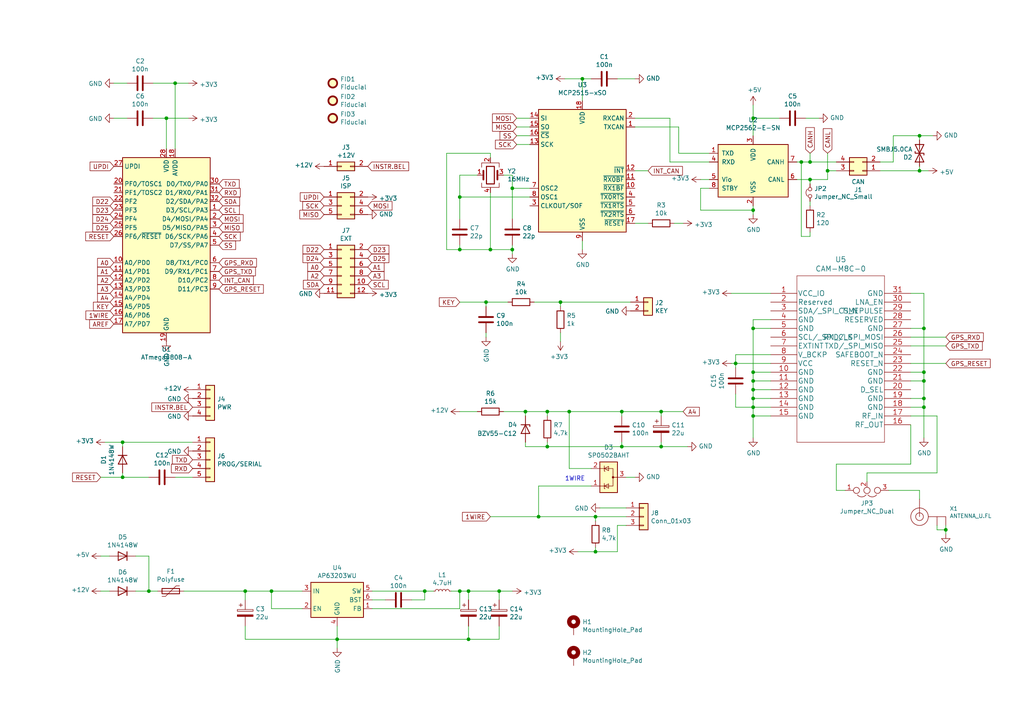
<source format=kicad_sch>
(kicad_sch (version 20230121) (generator eeschema)
  (paper "A4")
  (title_block (title "CAN Display") (date "2021-03-12") (rev "0.5.1") (company "fiz-o-matic"))
  (junction (at 191.77 119.38))
  (junction (at 218.44 34.29))
  (junction (at 165.1 119.38))
  (junction (at 97.79 185.42))
  (junction (at 218.44 60.96))
  (junction (at 144.78 171.45))
  (junction (at 267.97 107.95))
  (junction (at 158.75 129.54))
  (junction (at 191.77 129.54))
  (junction (at 168.91 22.86))
  (junction (at 148.59 72.39))
  (junction (at 274.32 153.67))
  (junction (at 234.95 52.07))
  (junction (at 123.19 171.45))
  (junction (at 135.89 185.42))
  (junction (at 218.44 115.57))
  (junction (at 267.97 118.11))
  (junction (at 218.44 95.25))
  (junction (at 135.89 171.45))
  (junction (at 133.35 72.39))
  (junction (at 43.18 171.45))
  (junction (at 162.56 87.63))
  (junction (at 35.56 128.27))
  (junction (at 71.12 171.45))
  (junction (at 267.97 95.25))
  (junction (at 218.44 107.95))
  (junction (at 152.4 119.38))
  (junction (at 267.97 110.49))
  (junction (at 156.21 149.86))
  (junction (at 142.24 72.39))
  (junction (at 48.26 34.29))
  (junction (at 133.35 171.45))
  (junction (at 78.74 171.45))
  (junction (at 213.36 105.41))
  (junction (at 172.72 160.02))
  (junction (at 266.7 39.37))
  (junction (at 50.8 24.13))
  (junction (at 180.34 119.38))
  (junction (at 158.75 119.38))
  (junction (at 133.35 57.15))
  (junction (at 232.41 46.99))
  (junction (at 180.34 129.54))
  (junction (at 218.44 113.03))
  (junction (at 172.72 149.86))
  (junction (at 148.59 54.61))
  (junction (at 234.95 46.99))
  (junction (at 240.03 49.53))
  (junction (at 218.44 110.49))
  (junction (at 218.44 120.65))
  (junction (at 267.97 115.57))
  (junction (at 140.97 87.63))
  (junction (at 218.44 118.11))
  (junction (at 35.56 138.43))
  (junction (at 266.7 49.53))
  (wire (pts (xy 196.85 44.45) (xy 205.74 44.45)))
  (wire (pts (xy 29.21 161.29) (xy 31.75 161.29)))
  (wire (pts (xy 35.56 137.16) (xy 35.56 138.43)))
  (wire (pts (xy 142.24 55.88) (xy 142.24 72.39)))
  (wire (pts (xy 148.59 50.8) (xy 148.59 54.61)))
  (wire (pts (xy 257.81 142.24) (xy 266.7 142.24)))
  (wire (pts (xy 234.95 46.99) (xy 242.57 46.99)))
  (wire (pts (xy 97.79 185.42) (xy 135.89 185.42)))
  (wire (pts (xy 133.35 176.53) (xy 133.35 171.45)))
  (wire (pts (xy 142.24 149.86) (xy 156.21 149.86)))
  (wire (pts (xy 35.56 138.43) (xy 43.18 138.43)))
  (wire (pts (xy 259.08 46.99) (xy 259.08 39.37)))
  (wire (pts (xy 267.97 110.49) (xy 267.97 115.57)))
  (wire (pts (xy 264.16 110.49) (xy 267.97 110.49)))
  (wire (pts (xy 271.78 153.67) (xy 274.32 153.67)))
  (wire (pts (xy 156.21 149.86) (xy 156.21 140.97)))
  (wire (pts (xy 163.83 22.86) (xy 168.91 22.86)))
  (wire (pts (xy 149.86 41.91) (xy 153.67 41.91)))
  (wire (pts (xy 123.19 173.99) (xy 123.19 171.45)))
  (wire (pts (xy 162.56 96.52) (xy 162.56 99.06)))
  (wire (pts (xy 264.16 118.11) (xy 267.97 118.11)))
  (wire (pts (xy 133.35 57.15) (xy 153.67 57.15)))
  (wire (pts (xy 149.86 39.37) (xy 153.67 39.37)))
  (wire (pts (xy 203.2 60.96) (xy 218.44 60.96)))
  (wire (pts (xy 259.08 39.37) (xy 266.7 39.37)))
  (wire (pts (xy 271.78 137.16) (xy 271.78 120.65)))
  (wire (pts (xy 172.72 149.86) (xy 181.61 149.86)))
  (wire (pts (xy 213.36 105.41) (xy 213.36 106.68)))
  (wire (pts (xy 172.72 151.13) (xy 172.72 149.86)))
  (wire (pts (xy 213.36 114.3) (xy 213.36 118.11)))
  (wire (pts (xy 152.4 120.65) (xy 152.4 119.38)))
  (wire (pts (xy 271.78 120.65) (xy 264.16 120.65)))
  (wire (pts (xy 154.94 87.63) (xy 162.56 87.63)))
  (wire (pts (xy 144.78 185.42) (xy 144.78 181.61)))
  (wire (pts (xy 133.35 119.38) (xy 138.43 119.38)))
  (wire (pts (xy 242.57 134.62) (xy 242.57 142.24)))
  (wire (pts (xy 165.1 135.89) (xy 171.45 135.89)))
  (wire (pts (xy 266.7 40.64) (xy 266.7 39.37)))
  (wire (pts (xy 195.58 64.77) (xy 198.12 64.77)))
  (wire (pts (xy 30.48 128.27) (xy 35.56 128.27)))
  (wire (pts (xy 44.45 24.13) (xy 50.8 24.13)))
  (wire (pts (xy 142.24 44.45) (xy 129.54 44.45)))
  (wire (pts (xy 213.36 105.41) (xy 212.09 105.41)))
  (wire (pts (xy 218.44 92.71) (xy 218.44 95.25)))
  (wire (pts (xy 264.16 123.19) (xy 264.16 134.62)))
  (wire (pts (xy 158.75 120.65) (xy 158.75 119.38)))
  (wire (pts (xy 71.12 171.45) (xy 78.74 171.45)))
  (wire (pts (xy 148.59 54.61) (xy 153.67 54.61)))
  (wire (pts (xy 269.24 49.53) (xy 266.7 49.53)))
  (wire (pts (xy 39.37 171.45) (xy 43.18 171.45)))
  (wire (pts (xy 148.59 63.5) (xy 148.59 54.61)))
  (wire (pts (xy 267.97 118.11) (xy 267.97 127)))
  (wire (pts (xy 264.16 115.57) (xy 267.97 115.57)))
  (wire (pts (xy 203.2 52.07) (xy 205.74 52.07)))
  (wire (pts (xy 223.52 120.65) (xy 218.44 120.65)))
  (wire (pts (xy 233.68 34.29) (xy 237.49 34.29)))
  (wire (pts (xy 213.36 102.87) (xy 223.52 102.87)))
  (wire (pts (xy 218.44 107.95) (xy 218.44 110.49)))
  (wire (pts (xy 191.77 119.38) (xy 198.12 119.38)))
  (wire (pts (xy 50.8 24.13) (xy 50.8 43.18)))
  (wire (pts (xy 274.32 152.4) (xy 274.32 153.67)))
  (wire (pts (xy 218.44 120.65) (xy 218.44 127)))
  (wire (pts (xy 33.02 24.13) (xy 36.83 24.13)))
  (wire (pts (xy 78.74 176.53) (xy 78.74 171.45)))
  (wire (pts (xy 50.8 138.43) (xy 55.88 138.43)))
  (wire (pts (xy 156.21 149.86) (xy 172.72 149.86)))
  (wire (pts (xy 234.95 68.58) (xy 234.95 67.31)))
  (wire (pts (xy 172.72 158.75) (xy 172.72 160.02)))
  (wire (pts (xy 146.05 50.8) (xy 148.59 50.8)))
  (wire (pts (xy 148.59 72.39) (xy 148.59 73.66)))
  (wire (pts (xy 184.15 49.53) (xy 187.96 49.53)))
  (wire (pts (xy 194.31 46.99) (xy 205.74 46.99)))
  (wire (pts (xy 172.72 160.02) (xy 179.07 160.02)))
  (wire (pts (xy 203.2 54.61) (xy 203.2 60.96)))
  (wire (pts (xy 71.12 171.45) (xy 71.12 173.99)))
  (wire (pts (xy 129.54 72.39) (xy 133.35 72.39)))
  (wire (pts (xy 223.52 105.41) (xy 213.36 105.41)))
  (wire (pts (xy 133.35 63.5) (xy 133.35 57.15)))
  (wire (pts (xy 167.64 160.02) (xy 172.72 160.02)))
  (wire (pts (xy 223.52 118.11) (xy 218.44 118.11)))
  (wire (pts (xy 232.41 46.99) (xy 234.95 46.99)))
  (wire (pts (xy 218.44 113.03) (xy 218.44 115.57)))
  (wire (pts (xy 251.46 139.7) (xy 251.46 137.16)))
  (wire (pts (xy 264.16 95.25) (xy 267.97 95.25)))
  (wire (pts (xy 194.31 34.29) (xy 194.31 46.99)))
  (wire (pts (xy 133.35 171.45) (xy 130.81 171.45)))
  (wire (pts (xy 264.16 134.62) (xy 242.57 134.62)))
  (wire (pts (xy 35.56 128.27) (xy 55.88 128.27)))
  (wire (pts (xy 168.91 69.85) (xy 168.91 72.39)))
  (wire (pts (xy 184.15 64.77) (xy 187.96 64.77)))
  (wire (pts (xy 149.86 36.83) (xy 153.67 36.83)))
  (wire (pts (xy 133.35 171.45) (xy 135.89 171.45)))
  (wire (pts (xy 232.41 46.99) (xy 232.41 68.58)))
  (wire (pts (xy 218.44 95.25) (xy 218.44 107.95)))
  (wire (pts (xy 240.03 52.07) (xy 240.03 49.53)))
  (wire (pts (xy 180.34 128.27) (xy 180.34 129.54)))
  (wire (pts (xy 152.4 128.27) (xy 152.4 129.54)))
  (wire (pts (xy 242.57 142.24) (xy 245.11 142.24)))
  (wire (pts (xy 158.75 128.27) (xy 158.75 129.54)))
  (wire (pts (xy 48.26 34.29) (xy 54.61 34.29)))
  (wire (pts (xy 97.79 185.42) (xy 97.79 187.96)))
  (wire (pts (xy 44.45 34.29) (xy 48.26 34.29)))
  (wire (pts (xy 234.95 59.69) (xy 234.95 58.42)))
  (wire (pts (xy 158.75 129.54) (xy 180.34 129.54)))
  (wire (pts (xy 180.34 120.65) (xy 180.34 119.38)))
  (wire (pts (xy 179.07 22.86) (xy 184.15 22.86)))
  (wire (pts (xy 180.34 119.38) (xy 191.77 119.38)))
  (wire (pts (xy 39.37 161.29) (xy 43.18 161.29)))
  (wire (pts (xy 223.52 115.57) (xy 218.44 115.57)))
  (wire (pts (xy 162.56 88.9) (xy 162.56 87.63)))
  (wire (pts (xy 135.89 181.61) (xy 135.89 185.42)))
  (wire (pts (xy 191.77 120.65) (xy 191.77 119.38)))
  (wire (pts (xy 140.97 88.9) (xy 140.97 87.63)))
  (wire (pts (xy 152.4 129.54) (xy 158.75 129.54)))
  (wire (pts (xy 173.99 147.32) (xy 181.61 147.32)))
  (wire (pts (xy 168.91 29.21) (xy 168.91 22.86)))
  (wire (pts (xy 158.75 119.38) (xy 165.1 119.38)))
  (wire (pts (xy 266.7 39.37) (xy 270.51 39.37)))
  (wire (pts (xy 212.09 85.09) (xy 223.52 85.09)))
  (wire (pts (xy 266.7 48.26) (xy 266.7 49.53)))
  (wire (pts (xy 266.7 142.24) (xy 266.7 144.78)))
  (wire (pts (xy 142.24 72.39) (xy 148.59 72.39)))
  (wire (pts (xy 205.74 54.61) (xy 203.2 54.61)))
  (wire (pts (xy 234.95 52.07) (xy 240.03 52.07)))
  (wire (pts (xy 171.45 22.86) (xy 168.91 22.86)))
  (wire (pts (xy 223.52 113.03) (xy 218.44 113.03)))
  (wire (pts (xy 107.95 173.99) (xy 111.76 173.99)))
  (wire (pts (xy 240.03 44.45) (xy 240.03 49.53)))
  (wire (pts (xy 218.44 30.48) (xy 218.44 34.29)))
  (wire (pts (xy 53.34 171.45) (xy 71.12 171.45)))
  (wire (pts (xy 231.14 52.07) (xy 234.95 52.07)))
  (wire (pts (xy 196.85 36.83) (xy 196.85 44.45)))
  (wire (pts (xy 107.95 176.53) (xy 133.35 176.53)))
  (wire (pts (xy 162.56 87.63) (xy 182.88 87.63)))
  (wire (pts (xy 33.02 34.29) (xy 36.83 34.29)))
  (wire (pts (xy 152.4 119.38) (xy 158.75 119.38)))
  (wire (pts (xy 264.16 85.09) (xy 267.97 85.09)))
  (wire (pts (xy 135.89 171.45) (xy 144.78 171.45)))
  (wire (pts (xy 78.74 171.45) (xy 87.63 171.45)))
  (wire (pts (xy 29.21 138.43) (xy 35.56 138.43)))
  (wire (pts (xy 223.52 107.95) (xy 218.44 107.95)))
  (wire (pts (xy 133.35 87.63) (xy 140.97 87.63)))
  (wire (pts (xy 267.97 107.95) (xy 267.97 110.49)))
  (wire (pts (xy 213.36 118.11) (xy 218.44 118.11)))
  (wire (pts (xy 43.18 171.45) (xy 45.72 171.45)))
  (wire (pts (xy 218.44 60.96) (xy 218.44 62.23)))
  (wire (pts (xy 180.34 129.54) (xy 191.77 129.54)))
  (wire (pts (xy 274.32 100.33) (xy 264.16 100.33)))
  (wire (pts (xy 218.44 110.49) (xy 218.44 113.03)))
  (wire (pts (xy 232.41 68.58) (xy 234.95 68.58)))
  (wire (pts (xy 184.15 36.83) (xy 196.85 36.83)))
  (wire (pts (xy 129.54 44.45) (xy 129.54 72.39)))
  (wire (pts (xy 267.97 85.09) (xy 267.97 95.25)))
  (wire (pts (xy 142.24 45.72) (xy 142.24 44.45)))
  (wire (pts (xy 123.19 171.45) (xy 125.73 171.45)))
  (wire (pts (xy 71.12 181.61) (xy 71.12 185.42)))
  (wire (pts (xy 181.61 138.43) (xy 184.15 138.43)))
  (wire (pts (xy 107.95 171.45) (xy 123.19 171.45)))
  (wire (pts (xy 255.27 46.99) (xy 259.08 46.99)))
  (wire (pts (xy 35.56 129.54) (xy 35.56 128.27)))
  (wire (pts (xy 271.78 152.4) (xy 271.78 153.67)))
  (wire (pts (xy 213.36 105.41) (xy 213.36 102.87)))
  (wire (pts (xy 87.63 176.53) (xy 78.74 176.53)))
  (wire (pts (xy 267.97 115.57) (xy 267.97 118.11)))
  (wire (pts (xy 234.95 44.45) (xy 234.95 46.99)))
  (wire (pts (xy 119.38 173.99) (xy 123.19 173.99)))
  (wire (pts (xy 165.1 119.38) (xy 180.34 119.38)))
  (wire (pts (xy 144.78 171.45) (xy 148.59 171.45)))
  (wire (pts (xy 140.97 87.63) (xy 147.32 87.63)))
  (wire (pts (xy 240.03 49.53) (xy 242.57 49.53)))
  (wire (pts (xy 140.97 96.52) (xy 140.97 97.79)))
  (wire (pts (xy 191.77 129.54) (xy 199.39 129.54)))
  (wire (pts (xy 179.07 160.02) (xy 179.07 152.4)))
  (wire (pts (xy 146.05 119.38) (xy 152.4 119.38)))
  (wire (pts (xy 274.32 97.79) (xy 264.16 97.79)))
  (wire (pts (xy 251.46 137.16) (xy 271.78 137.16)))
  (wire (pts (xy 71.12 185.42) (xy 97.79 185.42)))
  (wire (pts (xy 156.21 140.97) (xy 171.45 140.97)))
  (wire (pts (xy 218.44 118.11) (xy 218.44 120.65)))
  (wire (pts (xy 264.16 107.95) (xy 267.97 107.95)))
  (wire (pts (xy 223.52 110.49) (xy 218.44 110.49)))
  (wire (pts (xy 48.26 34.29) (xy 48.26 43.18)))
  (wire (pts (xy 138.43 50.8) (xy 133.35 50.8)))
  (wire (pts (xy 135.89 171.45) (xy 135.89 173.99)))
  (wire (pts (xy 274.32 153.67) (xy 274.32 154.94)))
  (wire (pts (xy 133.35 50.8) (xy 133.35 57.15)))
  (wire (pts (xy 274.32 105.41) (xy 264.16 105.41)))
  (wire (pts (xy 144.78 171.45) (xy 144.78 173.99)))
  (wire (pts (xy 223.52 95.25) (xy 218.44 95.25)))
  (wire (pts (xy 149.86 34.29) (xy 153.67 34.29)))
  (wire (pts (xy 191.77 128.27) (xy 191.77 129.54)))
  (wire (pts (xy 255.27 49.53) (xy 266.7 49.53)))
  (wire (pts (xy 218.44 59.69) (xy 218.44 60.96)))
  (wire (pts (xy 218.44 115.57) (xy 218.44 118.11)))
  (wire (pts (xy 97.79 181.61) (xy 97.79 185.42)))
  (wire (pts (xy 231.14 46.99) (xy 232.41 46.99)))
  (wire (pts (xy 43.18 161.29) (xy 43.18 171.45)))
  (wire (pts (xy 148.59 71.12) (xy 148.59 72.39)))
  (wire (pts (xy 223.52 92.71) (xy 218.44 92.71)))
  (wire (pts (xy 135.89 185.42) (xy 144.78 185.42)))
  (wire (pts (xy 165.1 119.38) (xy 165.1 135.89)))
  (wire (pts (xy 234.95 53.34) (xy 234.95 52.07)))
  (wire (pts (xy 50.8 24.13) (xy 54.61 24.13)))
  (wire (pts (xy 218.44 34.29) (xy 218.44 39.37)))
  (wire (pts (xy 133.35 72.39) (xy 142.24 72.39)))
  (wire (pts (xy 133.35 71.12) (xy 133.35 72.39)))
  (wire (pts (xy 29.21 171.45) (xy 31.75 171.45)))
  (wire (pts (xy 267.97 95.25) (xy 267.97 107.95)))
  (wire (pts (xy 226.06 34.29) (xy 218.44 34.29)))
  (wire (pts (xy 179.07 152.4) (xy 181.61 152.4)))
  (wire (pts (xy 184.15 34.29) (xy 194.31 34.29)))
  (text "1WIRE" (at 163.83 139.7 0) (effects (font (size 1.27 1.27)) (justify left bottom)))
  (global_label "1WIRE" (shape input) (at 142.24 149.86 180) (property "Intersheetrefs" "${INTERSHEET_REFS}" (effects hide)))
  (global_label "MISO" (shape input) (at 149.86 36.83 180) (property "Intersheetrefs" "${INTERSHEET_REFS}" (effects hide)))
  (global_label "MISO" (shape input) (at 93.98 62.23 180) (property "Intersheetrefs" "${INTERSHEET_REFS}" (effects hide)))
  (global_label "RXD" (shape input) (at 63.5 55.88 0) (property "Intersheetrefs" "${INTERSHEET_REFS}" (effects hide)))
  (global_label "UPDI" (shape input) (at 33.02 48.26 180) (property "Intersheetrefs" "${INTERSHEET_REFS}" (effects hide)))
  (global_label "KEY" (shape input) (at 133.35 87.63 180) (property "Intersheetrefs" "${INTERSHEET_REFS}" (effects hide)))
  (global_label "INT_CAN" (shape input) (at 63.5 81.28 0) (property "Intersheetrefs" "${INTERSHEET_REFS}" (effects hide)))
  (global_label "TXD" (shape input) (at 55.88 133.35 180) (property "Intersheetrefs" "${INTERSHEET_REFS}" (effects hide)))
  (global_label "RESET" (shape input) (at 33.02 68.58 180) (property "Intersheetrefs" "${INTERSHEET_REFS}" (effects hide)))
  (global_label "INSTR.BEL" (shape input) (at 106.68 48.26 0) (property "Intersheetrefs" "${INTERSHEET_REFS}" (effects hide)))
  (global_label "A4" (shape input) (at 198.12 119.38 0) (property "Intersheetrefs" "${INTERSHEET_REFS}" (effects hide)))
  (global_label "AREF" (shape input) (at 33.02 93.98 180) (property "Intersheetrefs" "${INTERSHEET_REFS}" (effects hide)))
  (global_label "A1" (shape input) (at 106.68 77.47 0) (property "Intersheetrefs" "${INTERSHEET_REFS}" (effects hide)))
  (global_label "D23" (shape input) (at 106.68 72.39 0) (property "Intersheetrefs" "${INTERSHEET_REFS}" (effects hide)))
  (global_label "SS" (shape input) (at 149.86 39.37 180) (property "Intersheetrefs" "${INTERSHEET_REFS}" (effects hide)))
  (global_label "MOSI" (shape input) (at 106.68 59.69 0) (property "Intersheetrefs" "${INTERSHEET_REFS}" (effects hide)))
  (global_label "D25" (shape input) (at 106.68 74.93 0) (property "Intersheetrefs" "${INTERSHEET_REFS}" (effects hide)))
  (global_label "A0" (shape input) (at 33.02 76.2 180) (property "Intersheetrefs" "${INTERSHEET_REFS}" (effects hide)))
  (global_label "MISO" (shape input) (at 63.5 66.04 0) (property "Intersheetrefs" "${INTERSHEET_REFS}" (effects hide)))
  (global_label "SCL" (shape input) (at 106.68 82.55 0) (property "Intersheetrefs" "${INTERSHEET_REFS}" (effects hide)))
  (global_label "A4" (shape input) (at 33.02 86.36 180) (property "Intersheetrefs" "${INTERSHEET_REFS}" (effects hide)))
  (global_label "D24" (shape input) (at 33.02 63.5 180) (property "Intersheetrefs" "${INTERSHEET_REFS}" (effects hide)))
  (global_label "D24" (shape input) (at 93.98 74.93 180) (property "Intersheetrefs" "${INTERSHEET_REFS}" (effects hide)))
  (global_label "SDA" (shape input) (at 63.5 58.42 0) (property "Intersheetrefs" "${INTERSHEET_REFS}" (effects hide)))
  (global_label "INT_CAN" (shape input) (at 187.96 49.53 0) (property "Intersheetrefs" "${INTERSHEET_REFS}" (effects hide)))
  (global_label "1WIRE" (shape input) (at 33.02 91.44 180) (property "Intersheetrefs" "${INTERSHEET_REFS}" (effects hide)))
  (global_label "SCL" (shape input) (at 63.5 60.96 0) (property "Intersheetrefs" "${INTERSHEET_REFS}" (effects hide)))
  (global_label "A3" (shape input) (at 33.02 83.82 180) (property "Intersheetrefs" "${INTERSHEET_REFS}" (effects hide)))
  (global_label "A2" (shape input) (at 93.98 80.01 180) (property "Intersheetrefs" "${INTERSHEET_REFS}" (effects hide)))
  (global_label "MOSI" (shape input) (at 149.86 34.29 180) (property "Intersheetrefs" "${INTERSHEET_REFS}" (effects hide)))
  (global_label "SCK" (shape input) (at 63.5 68.58 0) (property "Intersheetrefs" "${INTERSHEET_REFS}" (effects hide)))
  (global_label "A3" (shape input) (at 106.68 80.01 0) (property "Intersheetrefs" "${INTERSHEET_REFS}" (effects hide)))
  (global_label "SS" (shape input) (at 63.5 71.12 0) (property "Intersheetrefs" "${INTERSHEET_REFS}" (effects hide)))
  (global_label "UPDI" (shape input) (at 93.98 57.15 180) (property "Intersheetrefs" "${INTERSHEET_REFS}" (effects hide)))
  (global_label "SCK" (shape input) (at 149.86 41.91 180) (property "Intersheetrefs" "${INTERSHEET_REFS}" (effects hide)))
  (global_label "GPS_RXD" (shape input) (at 63.5 76.2 0) (property "Intersheetrefs" "${INTERSHEET_REFS}" (effects hide)))
  (global_label "D22" (shape input) (at 33.02 58.42 180) (property "Intersheetrefs" "${INTERSHEET_REFS}" (effects hide)))
  (global_label "CANL" (shape input) (at 240.03 44.45 90) (property "Intersheetrefs" "${INTERSHEET_REFS}" (effects hide)))
  (global_label "D22" (shape input) (at 93.98 72.39 180) (property "Intersheetrefs" "${INTERSHEET_REFS}" (effects hide)))
  (global_label "GPS_RESET" (shape input) (at 274.32 105.41 0) (property "Intersheetrefs" "${INTERSHEET_REFS}" (effects hide)))
  (global_label "RESET" (shape input) (at 29.21 138.43 180) (property "Intersheetrefs" "${INTERSHEET_REFS}" (effects hide)))
  (global_label "A0" (shape input) (at 93.98 77.47 180) (property "Intersheetrefs" "${INTERSHEET_REFS}" (effects hide)))
  (global_label "GPS_RESET" (shape input) (at 63.5 83.82 0) (property "Intersheetrefs" "${INTERSHEET_REFS}" (effects hide)))
  (global_label "TXD" (shape input) (at 63.5 53.34 0) (property "Intersheetrefs" "${INTERSHEET_REFS}" (effects hide)))
  (global_label "GPS_TXD" (shape input) (at 274.32 100.33 0) (property "Intersheetrefs" "${INTERSHEET_REFS}" (effects hide)))
  (global_label "SCK" (shape input) (at 93.98 59.69 180) (property "Intersheetrefs" "${INTERSHEET_REFS}" (effects hide)))
  (global_label "A1" (shape input) (at 33.02 78.74 180) (property "Intersheetrefs" "${INTERSHEET_REFS}" (effects hide)))
  (global_label "GPS_TXD" (shape input) (at 63.5 78.74 0) (property "Intersheetrefs" "${INTERSHEET_REFS}" (effects hide)))
  (global_label "CANH" (shape input) (at 234.95 44.45 90) (property "Intersheetrefs" "${INTERSHEET_REFS}" (effects hide)))
  (global_label "D23" (shape input) (at 33.02 60.96 180) (property "Intersheetrefs" "${INTERSHEET_REFS}" (effects hide)))
  (global_label "KEY" (shape input) (at 33.02 88.9 180) (property "Intersheetrefs" "${INTERSHEET_REFS}" (effects hide)))
  (global_label "RXD" (shape input) (at 55.88 135.89 180) (property "Intersheetrefs" "${INTERSHEET_REFS}" (effects hide)))
  (global_label "GPS_RXD" (shape input) (at 274.32 97.79 0) (property "Intersheetrefs" "${INTERSHEET_REFS}" (effects hide)))
  (global_label "D25" (shape input) (at 33.02 66.04 180) (property "Intersheetrefs" "${INTERSHEET_REFS}" (effects hide)))
  (global_label "MOSI" (shape input) (at 63.5 63.5 0) (property "Intersheetrefs" "${INTERSHEET_REFS}" (effects hide)))
  (global_label "A2" (shape input) (at 33.02 81.28 180) (property "Intersheetrefs" "${INTERSHEET_REFS}" (effects hide)))
  (global_label "INSTR.BEL" (shape input) (at 55.88 118.11 180) (property "Intersheetrefs" "${INTERSHEET_REFS}" (effects hide)))
  (global_label "SDA" (shape input) (at 93.98 82.55 180) (property "Intersheetrefs" "${INTERSHEET_REFS}" (effects hide)))
  (symbol (lib_id "Device:C") (at 148.59 67.31 0) (unit 1)
    (property "Reference" "C8" (at 151.511 66.1416 0) (effects (justify left)))
    (property "Value" "22p" (at 151.511 68.453 0) (effects (justify left)))
    (property "Footprint" "Capacitor_SMD:C_0805_2012Metric_Pad1.18x1.45mm_HandSolder" (effects hide))
  )
  (symbol (lib_id "Device:C") (at 133.35 67.31 0) (unit 1)
    (property "Reference" "C7" (at 136.271 66.1416 0) (effects (justify left)))
    (property "Value" "22p" (at 136.271 68.453 0) (effects (justify left)))
    (property "Footprint" "Capacitor_SMD:C_0805_2012Metric_Pad1.18x1.45mm_HandSolder" (effects hide))
  )
  (symbol (lib_id "power:+5V") (at 218.44 30.48 0) (unit 1)
    (property "Reference" "#PWR09" (effects hide))
    (property "Value" "+5V" (at 218.821 26.0858 0))
  )
  (symbol (lib_id "power:GND") (at 218.44 62.23 0) (unit 1)
    (property "Reference" "#PWR017" (effects hide))
    (property "Value" "GND" (at 218.567 66.6242 0))
  )
  (symbol (lib_id "power:GND") (at 168.91 72.39 0) (unit 1)
    (property "Reference" "#PWR019" (effects hide))
    (property "Value" "GND" (at 169.037 76.7842 0))
  )
  (symbol (lib_id "power:GND") (at 148.59 73.66 0) (unit 1)
    (property "Reference" "#PWR020" (effects hide))
    (property "Value" "GND" (at 148.717 78.0542 0))
  )
  (symbol (lib_id "Device:R") (at 234.95 63.5 0) (unit 1)
    (property "Reference" "R2" (at 236.728 62.3316 0) (effects (justify left)))
    (property "Value" "120" (at 236.728 64.643 0) (effects (justify left)))
    (property "Footprint" "Resistor_SMD:R_0805_2012Metric_Pad1.20x1.40mm_HandSolder" (effects hide))
  )
  (symbol (lib_id "SmartDisplay-rescue:Jumper_NC_Small-Device") (at 234.95 55.88 90) (unit 1)
    (property "Reference" "JP2" (at 236.1438 54.7116 90) (effects (justify right)))
    (property "Value" "Jumper_NC_Small" (at 236.1438 57.023 90) (effects (justify right)))
    (property "Footprint" "Jumper:SolderJumper-2_P1.3mm_Open_RoundedPad1.0x1.5mm" (effects hide))
  )
  (symbol (lib_id "Device:C") (at 46.99 138.43 270) (unit 1)
    (property "Reference" "C12" (at 46.99 132.0292 90))
    (property "Value" "100n" (at 46.99 134.3406 90))
    (property "Footprint" "Capacitor_SMD:C_0805_2012Metric_Pad1.18x1.45mm_HandSolder" (effects hide))
  )
  (symbol (lib_id "power:+5V") (at 269.24 49.53 270) (unit 1)
    (property "Reference" "#PWR015" (effects hide))
    (property "Value" "+5V" (at 272.4912 49.911 90) (effects (justify left)))
  )
  (symbol (lib_id "power:+12V") (at 55.88 113.03 90) (unit 1)
    (property "Reference" "#PWR025" (effects hide))
    (property "Value" "+12V" (at 52.6288 112.649 90) (effects (justify left)))
  )
  (symbol (lib_id "Device:C") (at 229.87 34.29 270) (unit 1)
    (property "Reference" "C5" (at 229.87 27.8892 90))
    (property "Value" "100n" (at 229.87 30.2006 90))
    (property "Footprint" "Capacitor_SMD:C_0805_2012Metric_Pad1.18x1.45mm_HandSolder" (effects hide))
  )
  (symbol (lib_id "Device:C") (at 175.26 22.86 270) (unit 1)
    (property "Reference" "C1" (at 175.26 16.4592 90))
    (property "Value" "100n" (at 175.26 18.7706 90))
    (property "Footprint" "Capacitor_SMD:C_0805_2012Metric_Pad1.18x1.45mm_HandSolder" (effects hide))
  )
  (symbol (lib_id "Device:C") (at 40.64 34.29 270) (unit 1)
    (property "Reference" "C6" (at 40.64 27.8892 90))
    (property "Value" "100n" (at 40.64 30.2006 90))
    (property "Footprint" "Capacitor_SMD:C_0805_2012Metric_Pad1.18x1.45mm_HandSolder" (effects hide))
  )
  (symbol (lib_id "power:GND") (at 48.26 99.06 0) (unit 1)
    (property "Reference" "#PWR012" (effects hide))
    (property "Value" "GND" (at 48.387 102.3112 90) (effects (justify right)))
  )
  (symbol (lib_id "power:GND") (at 184.15 22.86 90) (unit 1)
    (property "Reference" "#PWR08" (effects hide))
    (property "Value" "GND" (at 187.4012 22.733 90) (effects (justify right)))
  )
  (symbol (lib_id "power:GND") (at 237.49 34.29 90) (unit 1)
    (property "Reference" "#PWR011" (effects hide))
    (property "Value" "GND" (at 240.7412 34.163 90) (effects (justify right)))
  )
  (symbol (lib_id "power:GND") (at 55.88 120.65 270) (unit 1)
    (property "Reference" "#PWR029" (effects hide))
    (property "Value" "GND" (at 52.6288 120.777 90) (effects (justify right)))
  )
  (symbol (lib_id "Connector_Generic:Conn_02x02_Top_Bottom") (at 250.19 49.53 180) (unit 1)
    (property "Reference" "J1" (at 248.92 55.0418 0))
    (property "Value" "CAN" (at 248.92 52.7304 0))
    (property "Footprint" "Connector_Molex:Molex_Micro-Fit_3.0_43045-0412_2x02_P3.00mm_Vertical" (effects hide))
  )
  (symbol (lib_id "power:GND") (at 173.99 147.32 270) (unit 1)
    (property "Reference" "#PWR039" (effects hide))
    (property "Value" "GND" (at 170.7388 147.447 90) (effects (justify right)))
  )
  (symbol (lib_id "Device:R") (at 172.72 154.94 0) (unit 1)
    (property "Reference" "R8" (at 174.498 153.7716 0) (effects (justify left)))
    (property "Value" "4,7k" (at 174.498 156.083 0) (effects (justify left)))
    (property "Footprint" "Resistor_SMD:R_0805_2012Metric_Pad1.20x1.40mm_HandSolder" (effects hide))
  )
  (symbol (lib_id "Interface_CAN_LIN:MCP2562-E-SN") (at 218.44 49.53 0) (unit 1)
    (property "Reference" "U2" (at 218.44 34.7726 0))
    (property "Value" "MCP2562-E-SN" (at 218.44 37.084 0))
    (property "Footprint" "Package_SO:SOIC-8_3.9x4.9mm_P1.27mm" (effects hide))
    (property "Datasheet" "http://ww1.microchip.com/downloads/en/DeviceDoc/25167A.pdf" (effects hide))
  )
  (symbol (lib_id "Device:R") (at 191.77 64.77 270) (unit 1)
    (property "Reference" "R3" (at 191.77 59.5122 90))
    (property "Value" "10k" (at 191.77 61.8236 90))
    (property "Footprint" "Resistor_SMD:R_0805_2012Metric_Pad1.20x1.40mm_HandSolder" (effects hide))
  )
  (symbol (lib_id "Mechanical:MountingHole_Pad") (at 166.37 181.61 0) (unit 1)
    (property "Reference" "H1" (at 168.91 180.3654 0) (effects (justify left)))
    (property "Value" "MountingHole_Pad" (at 168.91 182.6768 0) (effects (justify left)))
    (property "Footprint" "MountingHole:MountingHole_3.2mm_M3_Pad_Via" (effects hide))
  )
  (symbol (lib_id "Mechanical:MountingHole_Pad") (at 166.37 190.5 0) (unit 1)
    (property "Reference" "H2" (at 168.91 189.2554 0) (effects (justify left)))
    (property "Value" "MountingHole_Pad" (at 168.91 191.5668 0) (effects (justify left)))
    (property "Footprint" "MountingHole:MountingHole_3.2mm_M3_Pad_Via" (effects hide))
  )
  (symbol (lib_id "Device:C") (at 140.97 92.71 0) (unit 1)
    (property "Reference" "C9" (at 143.891 91.5416 0) (effects (justify left)))
    (property "Value" "100n" (at 143.891 93.853 0) (effects (justify left)))
    (property "Footprint" "Capacitor_SMD:C_0805_2012Metric_Pad1.18x1.45mm_HandSolder" (effects hide))
  )
  (symbol (lib_id "Device:R") (at 151.13 87.63 270) (unit 1)
    (property "Reference" "R4" (at 151.13 82.3722 90))
    (property "Value" "10k" (at 151.13 84.6836 90))
    (property "Footprint" "Resistor_SMD:R_0805_2012Metric_Pad1.20x1.40mm_HandSolder" (effects hide))
  )
  (symbol (lib_id "Device:R") (at 162.56 92.71 0) (unit 1)
    (property "Reference" "R5" (at 164.338 91.5416 0) (effects (justify left)))
    (property "Value" "1k" (at 164.338 93.853 0) (effects (justify left)))
    (property "Footprint" "Resistor_SMD:R_0805_2012Metric_Pad1.20x1.40mm_HandSolder" (effects hide))
  )
  (symbol (lib_id "power:GND") (at 140.97 97.79 0) (unit 1)
    (property "Reference" "#PWR022" (effects hide))
    (property "Value" "GND" (at 141.097 101.0412 90) (effects (justify right)))
  )
  (symbol (lib_id "Device:R") (at 142.24 119.38 270) (unit 1)
    (property "Reference" "R6" (at 142.24 114.1222 90))
    (property "Value" "15k" (at 142.24 116.4336 90))
    (property "Footprint" "Resistor_SMD:R_0805_2012Metric_Pad1.20x1.40mm_HandSolder" (effects hide))
  )
  (symbol (lib_id "Device:R") (at 158.75 124.46 0) (unit 1)
    (property "Reference" "R7" (at 160.528 123.2916 0) (effects (justify left)))
    (property "Value" "4,7k" (at 160.528 125.603 0) (effects (justify left)))
    (property "Footprint" "Resistor_SMD:R_0805_2012Metric_Pad1.20x1.40mm_HandSolder" (effects hide))
  )
  (symbol (lib_id "Device:C") (at 180.34 124.46 0) (unit 1)
    (property "Reference" "C10" (at 183.261 123.2916 0) (effects (justify left)))
    (property "Value" "100n" (at 183.261 125.603 0) (effects (justify left)))
    (property "Footprint" "Capacitor_SMD:C_0805_2012Metric_Pad1.15x1.40mm_HandSolder" (effects hide))
  )
  (symbol (lib_id "SmartDisplay-rescue:CP-Device") (at 191.77 124.46 0) (unit 1)
    (property "Reference" "C11" (at 194.7672 123.2916 0) (effects (justify left)))
    (property "Value" "22u" (at 194.7672 125.603 0) (effects (justify left)))
    (property "Footprint" "Capacitor_SMD:C_1206_3216Metric_Pad1.33x1.80mm_HandSolder" (effects hide))
  )
  (symbol (lib_id "Device:D_Zener") (at 152.4 124.46 270) (unit 1)
    (property "Reference" "D4" (at 147.32 123.19 90) (effects (justify left)))
    (property "Value" "BZV55-C12" (at 138.43 125.73 90) (effects (justify left)))
    (property "Footprint" "Diode_SMD:D_MiniMELF" (effects hide))
    (property "MPN" "BZV55-C12,115" (effects hide))
  )
  (symbol (lib_id "power:GND") (at 199.39 129.54 90) (unit 1)
    (property "Reference" "#PWR035" (effects hide))
    (property "Value" "GND" (at 202.6412 129.413 90) (effects (justify right)))
  )
  (symbol (lib_id "power:GND") (at 55.88 115.57 270) (unit 1)
    (property "Reference" "#PWR026" (effects hide))
    (property "Value" "GND" (at 52.6288 115.697 90) (effects (justify right)))
  )
  (symbol (lib_id "power:GND") (at 182.88 90.17 270) (unit 1)
    (property "Reference" "#PWR021" (effects hide))
    (property "Value" "GND" (at 179.6288 90.297 90) (effects (justify right)))
  )
  (symbol (lib_id "Device:D_TVS") (at 266.7 44.45 90) (unit 1)
    (property "Reference" "D2" (at 264.668 45.6184 90) (effects (justify left)))
    (property "Value" "SMBJ5.0CA" (at 264.668 43.307 90) (effects (justify left)))
    (property "Footprint" "Diode_SMD:D_SMB" (effects hide))
    (property "Reichelt" "P6SMB 5,0CA SMD" (effects hide))
  )
  (symbol (lib_id "power:GND") (at 270.51 39.37 90) (unit 1)
    (property "Reference" "#PWR013" (effects hide))
    (property "Value" "GND" (at 273.7612 39.243 90) (effects (justify right)))
  )
  (symbol (lib_id "Connector_Generic:Conn_01x05") (at 60.96 133.35 0) (unit 1)
    (property "Reference" "J6" (at 62.992 132.2832 0) (effects (justify left)))
    (property "Value" "PROG/SERIAL" (at 62.992 134.5946 0) (effects (justify left)))
    (property "Footprint" "Connector_JST:JST_XH_B5B-XH-A_1x05_P2.50mm_Vertical" (effects hide))
  )
  (symbol (lib_id "power:GND") (at 55.88 130.81 270) (unit 1)
    (property "Reference" "#PWR034" (effects hide))
    (property "Value" "GND" (at 52.6288 130.937 90) (effects (justify right)))
  )
  (symbol (lib_id "Connector_Generic:Conn_02x03_Odd_Even") (at 99.06 59.69 0) (unit 1)
    (property "Reference" "J5" (at 100.33 51.6382 0))
    (property "Value" "ISP" (at 100.33 53.9496 0))
    (property "Footprint" "Connector_PinHeader_2.54mm:PinHeader_2x03_P2.54mm_Vertical" (effects hide))
  )
  (symbol (lib_id "power:GND") (at 106.68 62.23 90) (unit 1)
    (property "Reference" "#PWR030" (effects hide))
    (property "Value" "GND" (at 109.9312 62.103 90) (effects (justify right)))
  )
  (symbol (lib_id "Connector_Generic:Conn_02x06_Odd_Even") (at 99.06 77.47 0) (unit 1)
    (property "Reference" "J7" (at 100.33 66.8782 0))
    (property "Value" "EXT" (at 100.33 69.1896 0))
    (property "Footprint" "Connector_PinHeader_2.54mm:PinHeader_2x06_P2.54mm_Vertical" (effects hide))
  )
  (symbol (lib_id "power:GND") (at 93.98 85.09 270) (unit 1)
    (property "Reference" "#PWR036" (effects hide))
    (property "Value" "GND" (at 90.7288 85.217 90) (effects (justify right)))
  )
  (symbol (lib_id "Connector_Generic:Conn_02x01") (at 99.06 48.26 0) (unit 1)
    (property "Reference" "J3" (at 100.33 42.7482 0))
    (property "Value" "+12V" (at 100.33 45.0596 0))
    (property "Footprint" "Connector_PinHeader_2.54mm:PinHeader_2x01_P2.54mm_Vertical" (effects hide))
  )
  (symbol (lib_id "power:+12V") (at 133.35 119.38 90) (unit 1)
    (property "Reference" "#PWR031" (effects hide))
    (property "Value" "+12V" (at 130.0988 118.999 90) (effects (justify left)))
  )
  (symbol (lib_id "Connector_Generic:Conn_01x04") (at 60.96 115.57 0) (unit 1)
    (property "Reference" "J4" (at 62.992 115.7732 0) (effects (justify left)))
    (property "Value" "PWR" (at 62.992 118.0846 0) (effects (justify left)))
    (property "Footprint" "Connector_JST:JST_XH_B4B-XH-A_1x04_P2.50mm_Vertical" (effects hide))
  )
  (symbol (lib_id "Connector_Generic:Conn_01x02") (at 187.96 87.63 0) (unit 1)
    (property "Reference" "J2" (at 189.992 87.8332 0) (effects (justify left)))
    (property "Value" "KEY" (at 189.992 90.1446 0) (effects (justify left)))
    (property "Footprint" "Connector_JST:JST_XH_B2B-XH-A_1x02_P2.50mm_Vertical" (effects hide))
  )
  (symbol (lib_id "power:+12V") (at 93.98 48.26 90) (unit 1)
    (property "Reference" "#PWR024" (effects hide))
    (property "Value" "+12V" (at 90.7288 47.879 90) (effects (justify left)))
  )
  (symbol (lib_id "Device:Crystal_GND24") (at 142.24 50.8 0) (unit 1)
    (property "Reference" "Y2" (at 147.1676 49.6316 0) (effects (justify left)))
    (property "Value" "16MHz" (at 147.1676 51.943 0) (effects (justify left)))
    (property "Footprint" "Crystal:Crystal_SMD_EuroQuartz_MJ-4Pin_5.0x3.2mm" (effects hide))
    (property "Reichelt" "16,000000-MJ" (effects hide))
  )
  (symbol (lib_id "Interface_CAN_LIN:MCP2515-xSO") (at 168.91 49.53 0) (unit 1)
    (property "Reference" "U3" (at 168.91 24.6126 0))
    (property "Value" "MCP2515-xSO" (at 168.91 26.924 0))
    (property "Footprint" "Package_SO:SOIC-18W_7.5x11.6mm_P1.27mm" (effects hide))
    (property "Datasheet" "http://ww1.microchip.com/downloads/en/DeviceDoc/21801e.pdf" (effects hide))
  )
  (symbol (lib_id "power:+12V") (at 29.21 171.45 90) (unit 1)
    (property "Reference" "#PWR0106" (effects hide))
    (property "Value" "+12V" (at 25.9588 171.069 90) (effects (justify left)))
  )
  (symbol (lib_id "power:GND") (at 97.79 187.96 0) (unit 1)
    (property "Reference" "#PWR0107" (effects hide))
    (property "Value" "GND" (at 97.917 191.2112 90) (effects (justify right)))
  )
  (symbol (lib_id "SmartDisplay-rescue:ATmega4808-A-fiz-o-matic") (at 48.26 71.12 0) (unit 1)
    (property "Reference" "U1" (at 48.26 101.3206 0))
    (property "Value" "ATmega4808-A" (at 48.26 103.632 0))
    (property "Footprint" "Package_QFP:TQFP-32_7x7mm_P0.8mm" (effects hide))
    (property "Datasheet" "http://ww1.microchip.com/downloads/en/DeviceDoc/40002017A.pdf" (effects hide))
  )
  (symbol (lib_id "Device:C") (at 40.64 24.13 270) (unit 1)
    (property "Reference" "C2" (at 40.64 17.7292 90))
    (property "Value" "100n" (at 40.64 20.0406 90))
    (property "Footprint" "Capacitor_SMD:C_0805_2012Metric_Pad1.18x1.45mm_HandSolder" (effects hide))
  )
  (symbol (lib_id "power:GND") (at 33.02 24.13 270) (unit 1)
    (property "Reference" "#PWR0103" (effects hide))
    (property "Value" "GND" (at 29.7688 24.257 90) (effects (justify right)))
  )
  (symbol (lib_id "power:GND") (at 33.02 34.29 270) (unit 1)
    (property "Reference" "#PWR0104" (effects hide))
    (property "Value" "GND" (at 29.7688 34.417 90) (effects (justify right)))
  )
  (symbol (lib_id "Device:Polyfuse") (at 49.53 171.45 270) (unit 1)
    (property "Reference" "F1" (at 49.53 165.735 90))
    (property "Value" "Polyfuse" (at 49.53 168.0464 90))
    (property "Footprint" "Fuse:Fuse_1210_3225Metric_Pad1.42x2.65mm_HandSolder" (effects hide))
  )
  (symbol (lib_id "Mechanical:Fiducial") (at 96.52 24.13 0) (unit 1)
    (property "Reference" "FID1" (at 98.679 22.9616 0) (effects (justify left)))
    (property "Value" "Fiducial" (at 98.679 25.273 0) (effects (justify left)))
    (property "Footprint" "Fiducial:Fiducial_0.5mm_Mask1mm" (effects hide))
  )
  (symbol (lib_id "Mechanical:Fiducial") (at 96.52 29.21 0) (unit 1)
    (property "Reference" "FID2" (at 98.679 28.0416 0) (effects (justify left)))
    (property "Value" "Fiducial" (at 98.679 30.353 0) (effects (justify left)))
    (property "Footprint" "Fiducial:Fiducial_0.5mm_Mask1mm" (effects hide))
  )
  (symbol (lib_id "Mechanical:Fiducial") (at 96.52 34.29 0) (unit 1)
    (property "Reference" "FID3" (at 98.679 33.1216 0) (effects (justify left)))
    (property "Value" "Fiducial" (at 98.679 35.433 0) (effects (justify left)))
    (property "Footprint" "Fiducial:Fiducial_0.5mm_Mask1mm" (effects hide))
  )
  (symbol (lib_id "SmartDisplay-rescue:ANTENNA_U.FL-fiz-o-matic") (at 266.7 149.86 90) (unit 1)
    (property "Reference" "X1" (at 275.4376 147.5232 90) (effects (font (size 1.143 1.143)) (justify right)))
    (property "Value" "ANTENNA_U.FL" (at 275.4376 149.6568 90) (effects (font (size 1.143 1.143)) (justify right)))
    (property "Footprint" "Connector_Coaxial:U.FL_Molex_MCRF_73412-0110_Vertical" (effects hide))
  )
  (symbol (lib_id "SmartDisplay-rescue:Jumper_NC_Dual-Device") (at 251.46 142.24 0) (mirror x) (unit 1)
    (property "Reference" "JP3" (at 251.46 145.9738 0))
    (property "Value" "Jumper_NC_Dual" (at 251.46 148.2852 0))
    (property "Footprint" "Jumper:SolderJumper-3_P1.3mm_Bridged12_RoundedPad1.0x1.5mm" (effects hide))
  )
  (symbol (lib_id "power:GND") (at 274.32 154.94 0) (unit 1)
    (property "Reference" "#PWR0126" (effects hide))
    (property "Value" "GND" (at 274.447 159.3342 0))
  )
  (symbol (lib_id "power:GND") (at 184.15 138.43 90) (unit 1)
    (property "Reference" "#PWR0101" (effects hide))
    (property "Value" "GND" (at 187.4012 138.303 90) (effects (justify right)))
  )
  (symbol (lib_id "Power_Protection:SP0502BAHT") (at 176.53 138.43 90) (unit 1)
    (property "Reference" "D3" (at 176.53 129.7432 90))
    (property "Value" "SP0502BAHT" (at 176.53 132.0546 90))
    (property "Footprint" "Package_TO_SOT_SMD:SOT-23" (effects hide))
    (property "Datasheet" "http://www.littelfuse.com/~/media/files/littelfuse/technical%20resources/documents/data%20sheets/sp05xxba.pdf" (effects hide))
  )
  (symbol (lib_id "Diode:1N4148W") (at 35.56 161.29 180) (unit 1)
    (property "Reference" "D5" (at 35.56 155.7782 0))
    (property "Value" "1N4148W" (at 35.56 158.0896 0))
    (property "Footprint" "Diode_SMD:D_SOD-123" (effects hide))
    (property "Datasheet" "https://www.vishay.com/docs/85748/1n4148w.pdf" (effects hide))
  )
  (symbol (lib_id "Diode:1N4148W") (at 35.56 171.45 180) (unit 1)
    (property "Reference" "D6" (at 35.56 165.9382 0))
    (property "Value" "1N4148W" (at 35.56 168.2496 0))
    (property "Footprint" "Diode_SMD:D_SOD-123" (effects hide))
    (property "Datasheet" "https://www.vishay.com/docs/85748/1n4148w.pdf" (effects hide))
  )
  (symbol (lib_id "Regulator_Switching:AP63203WU") (at 97.79 173.99 0) (unit 1)
    (property "Reference" "U4" (at 97.79 164.6682 0))
    (property "Value" "AP63203WU" (at 97.79 166.9796 0))
    (property "Footprint" "Package_TO_SOT_SMD:TSOT-23-6" (effects hide))
    (property "Datasheet" "https://www.diodes.com/assets/Datasheets/AP63200-AP63201-AP63203-AP63205.pdf" (effects hide))
  )
  (symbol (lib_id "Device:C") (at 115.57 173.99 270) (unit 1)
    (property "Reference" "C4" (at 115.57 167.5892 90))
    (property "Value" "100n" (at 115.57 169.9006 90))
    (property "Footprint" "Capacitor_SMD:C_0805_2012Metric_Pad1.18x1.45mm_HandSolder" (effects hide))
  )
  (symbol (lib_id "SmartDisplay-rescue:CP-Device") (at 135.89 177.8 0) (unit 1)
    (property "Reference" "C13" (at 138.8872 176.6316 0) (effects (justify left)))
    (property "Value" "22u" (at 138.8872 178.943 0) (effects (justify left)))
    (property "Footprint" "Capacitor_SMD:CP_Elec_4x3.9" (effects hide))
  )
  (symbol (lib_id "SmartDisplay-rescue:CP-Device") (at 71.12 177.8 0) (unit 1)
    (property "Reference" "C3" (at 74.1172 176.6316 0) (effects (justify left)))
    (property "Value" "22u" (at 74.1172 178.943 0) (effects (justify left)))
    (property "Footprint" "Capacitor_SMD:CP_Elec_4x3.9" (effects hide))
  )
  (symbol (lib_id "SmartDisplay-rescue:CP-Device") (at 144.78 177.8 0) (unit 1)
    (property "Reference" "C14" (at 147.7772 176.6316 0) (effects (justify left)))
    (property "Value" "22u" (at 147.7772 178.943 0) (effects (justify left)))
    (property "Footprint" "Capacitor_SMD:CP_Elec_4x3.9" (effects hide))
  )
  (symbol (lib_id "Device:L_Small") (at 128.27 171.45 90) (unit 1)
    (property "Reference" "L1" (at 128.27 166.751 90))
    (property "Value" "4.7uH" (at 128.27 169.0624 90))
    (property "Footprint" "Inductor_SMD:L_1206_3216Metric" (effects hide))
  )
  (symbol (lib_id "SmartDisplay-rescue:+3.3V-power") (at 148.59 171.45 270) (unit 1)
    (property "Reference" "#PWR0102" (effects hide))
    (property "Value" "+3.3V" (at 151.8412 171.831 90) (effects (justify left)))
  )
  (symbol (lib_id "SmartDisplay-rescue:+3.3V-power") (at 163.83 22.86 90) (unit 1)
    (property "Reference" "#PWR0105" (effects hide))
    (property "Value" "+3.3V" (at 160.5788 22.479 90) (effects (justify left)))
  )
  (symbol (lib_id "SmartDisplay-rescue:+3.3V-power") (at 54.61 24.13 270) (unit 1)
    (property "Reference" "#PWR0108" (effects hide))
    (property "Value" "+3.3V" (at 57.8612 24.511 90) (effects (justify left)))
  )
  (symbol (lib_id "SmartDisplay-rescue:+3.3V-power") (at 54.61 34.29 270) (unit 1)
    (property "Reference" "#PWR0111" (effects hide))
    (property "Value" "+3.3V" (at 57.8612 34.671 90) (effects (justify left)))
  )
  (symbol (lib_id "2023-01-16_17-19-58:CAM-M8C-0") (at 223.52 85.09 0) (unit 1)
    (property "Reference" "U5" (at 243.84 75.2602 0) (effects (font (size 1.524 1.524))))
    (property "Value" "CAM-M8C-0" (at 243.84 77.9526 0) (effects (font (size 1.524 1.524))))
    (property "Footprint" "ublox_CAM_M8C:CAM-M8C-0" (effects hide))
  )
  (symbol (lib_id "power:GND") (at 218.44 127 0) (unit 1)
    (property "Reference" "#PWR0112" (effects hide))
    (property "Value" "GND" (at 218.567 131.3942 0))
  )
  (symbol (lib_id "SmartDisplay-rescue:+3.3V-power") (at 212.09 105.41 90) (unit 1)
    (property "Reference" "#PWR0113" (effects hide))
    (property "Value" "+3.3V" (at 208.8388 105.029 90) (effects (justify left)))
  )
  (symbol (lib_id "SmartDisplay-rescue:+3.3V-power") (at 212.09 85.09 90) (unit 1)
    (property "Reference" "#PWR0114" (effects hide))
    (property "Value" "+3.3V" (at 208.8388 84.709 90) (effects (justify left)))
  )
  (symbol (lib_id "Connector_Generic:Conn_01x03") (at 186.69 149.86 0) (unit 1)
    (property "Reference" "J8" (at 188.722 148.7932 0) (effects (justify left)))
    (property "Value" "Conn_01x03" (at 188.722 151.1046 0) (effects (justify left)))
    (property "Footprint" "Connector_Molex:Molex_Micro-Fit_3.0_43650-0315_1x03_P3.00mm_Vertical" (effects hide))
  )
  (symbol (lib_id "SmartDisplay-rescue:+3.3V-power") (at 162.56 99.06 180) (unit 1)
    (property "Reference" "#PWR0110" (effects hide))
    (property "Value" "+3.3V" (at 162.179 103.4542 0))
  )
  (symbol (lib_id "SmartDisplay-rescue:+3.3V-power") (at 167.64 160.02 90) (unit 1)
    (property "Reference" "#PWR0115" (effects hide))
    (property "Value" "+3.3V" (at 164.3888 159.639 90) (effects (justify left)))
  )
  (symbol (lib_id "power:+5V") (at 29.21 161.29 90) (unit 1)
    (property "Reference" "#PWR0119" (effects hide))
    (property "Value" "+5V" (at 25.9588 160.909 90) (effects (justify left)))
  )
  (symbol (lib_id "Device:C") (at 213.36 110.49 0) (unit 1)
    (property "Reference" "C15" (at 206.9592 110.49 90))
    (property "Value" "100n" (at 209.2706 110.49 90))
    (property "Footprint" "Capacitor_SMD:C_0805_2012Metric_Pad1.18x1.45mm_HandSolder" (effects hide))
  )
  (symbol (lib_id "power:GND") (at 267.97 127 0) (unit 1)
    (property "Reference" "#PWR0120" (effects hide))
    (property "Value" "GND" (at 268.097 131.3942 0))
  )
  (symbol (lib_id "SmartDisplay-rescue:+3.3V-power") (at 203.2 52.07 90) (unit 1)
    (property "Reference" "#PWR0121" (effects hide))
    (property "Value" "+3.3V" (at 199.9488 51.689 90) (effects (justify left)))
  )
  (symbol (lib_id "SmartDisplay-rescue:+3.3V-power") (at 106.68 57.15 270) (unit 1)
    (property "Reference" "#PWR0122" (effects hide))
    (property "Value" "+3.3V" (at 109.9312 57.531 90) (effects (justify left)))
  )
  (symbol (lib_id "SmartDisplay-rescue:+3.3V-power") (at 106.68 85.09 270) (unit 1)
    (property "Reference" "#PWR0123" (effects hide))
    (property "Value" "+3.3V" (at 109.9312 85.471 90) (effects (justify left)))
  )
  (symbol (lib_id "SmartDisplay-rescue:+3.3V-power") (at 30.48 128.27 90) (unit 1)
    (property "Reference" "#PWR0124" (effects hide))
    (property "Value" "+3.3V" (at 27.2288 127.889 90) (effects (justify left)))
  )
  (symbol (lib_id "SmartDisplay-rescue:+3.3V-power") (at 198.12 64.77 270) (unit 1)
    (property "Reference" "#PWR0125" (effects hide))
    (property "Value" "+3.3V" (at 201.3712 65.151 90) (effects (justify left)))
  )
  (symbol (lib_id "Diode:1N4148W") (at 35.56 133.35 270) (unit 1)
    (property "Reference" "D1" (at 30.0482 133.35 0))
    (property "Value" "1N4148W" (at 32.3596 133.35 0))
    (property "Footprint" "Diode_SMD:D_SOD-123" (effects hide))
    (property "Datasheet" "https://www.vishay.com/docs/85748/1n4148w.pdf" (effects hide))
  )
)
</source>
